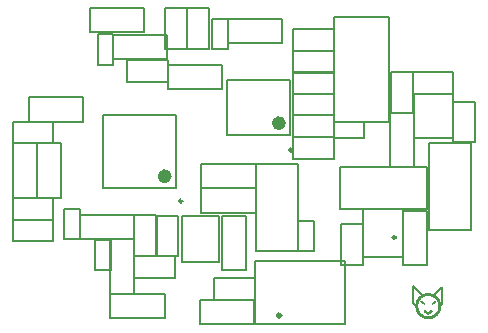
<source format=gbo>
G04 Layer_Color=32896*
%FSLAX44Y44*%
%MOMM*%
G71*
G01*
G75*
%ADD22C,0.3000*%
%ADD23C,0.1500*%
%ADD25C,0.6000*%
%ADD29C,0.2000*%
%ADD50C,0.2500*%
%ADD80C,0.2540*%
D22*
X227596Y9500D02*
G03*
X227596Y9500I-1346J0D01*
G01*
D23*
X319750Y135000D02*
X340250D01*
X319750D02*
Y181000D01*
X340250D01*
Y135000D02*
Y181000D01*
X277750Y135250D02*
X351250D01*
X277750Y99750D02*
Y135250D01*
Y99750D02*
X351250D01*
Y135250D01*
X331000Y52000D02*
X351500D01*
X331000D02*
Y98000D01*
X351500D01*
Y52000D02*
Y98000D01*
X388500Y81500D02*
Y155000D01*
X353000D02*
X388500D01*
X353000Y81500D02*
Y155000D01*
Y81500D02*
X388500D01*
X171000Y22750D02*
Y41250D01*
X205500D01*
Y22750D02*
Y41250D01*
X171000Y22750D02*
X205500D01*
X205250Y2000D02*
Y22500D01*
X159250Y2000D02*
X205250D01*
X159250D02*
Y22500D01*
X205250D01*
X298000Y159750D02*
Y173250D01*
X272500Y159750D02*
X298000D01*
X272500D02*
Y173250D01*
X298000D01*
X279000Y86500D02*
X297500D01*
Y52000D02*
Y86500D01*
X279000Y52000D02*
X297500D01*
X279000D02*
Y86500D01*
X129250Y7250D02*
Y27750D01*
X83250Y7250D02*
X129250D01*
X83250D02*
Y27750D01*
X129250D01*
X339250Y197000D02*
Y215500D01*
X373750D01*
Y197000D02*
Y215500D01*
X339250Y197000D02*
X373750D01*
X320750Y181000D02*
X339250D01*
X320750D02*
Y215500D01*
X339250D01*
Y181000D02*
Y215500D01*
X373750Y189250D02*
Y197000D01*
X340250D02*
X373750D01*
X340250Y159500D02*
Y197000D01*
Y159500D02*
X373750D01*
Y186500D01*
Y189250D01*
Y156000D02*
X392250D01*
X373750D02*
Y190500D01*
X392250D01*
Y156000D02*
Y190500D01*
X297500Y59250D02*
Y74000D01*
Y59250D02*
X331000D01*
Y99750D01*
X297500D02*
X331000D01*
X297500Y78000D02*
Y99750D01*
Y74000D02*
Y78000D01*
X181750Y162500D02*
Y208500D01*
X235750Y162500D02*
Y208500D01*
X181750D02*
X235750D01*
X181750Y162500D02*
X235750D01*
X319000Y173250D02*
Y261750D01*
X272500D02*
X319000D01*
X272500Y173250D02*
Y261750D01*
Y173250D02*
X319000D01*
X272500Y215000D02*
Y233500D01*
X238000Y215000D02*
X272500D01*
X238000D02*
Y233500D01*
X272500D01*
Y197000D02*
Y215500D01*
X238000Y197000D02*
X272500D01*
X238000D02*
Y215500D01*
X272500D01*
Y233250D02*
Y251750D01*
X238000Y233250D02*
X272500D01*
X238000D02*
Y251750D01*
X272500D01*
Y178750D02*
Y197250D01*
X238000Y178750D02*
X272500D01*
X238000D02*
Y197250D01*
X272500D01*
Y160250D02*
Y178750D01*
X238000Y160250D02*
X272500D01*
X238000D02*
Y178750D01*
X272500D01*
Y141750D02*
Y160250D01*
X238000Y141750D02*
X272500D01*
X238000D02*
Y160250D01*
X272500D01*
X182750Y240000D02*
Y260500D01*
X228750D01*
Y240000D02*
Y260500D01*
X182750Y240000D02*
X228750D01*
X44250Y73750D02*
X57750D01*
X44250D02*
Y99250D01*
X57750D01*
Y73750D02*
Y99250D01*
X138250Y41250D02*
Y59750D01*
X103750Y41250D02*
X138250D01*
X103750D02*
Y59750D01*
X138250D01*
X83250Y27750D02*
X103750D01*
X83250D02*
Y73750D01*
X103750D01*
Y27750D02*
Y73750D01*
X178000Y48000D02*
X198500D01*
X178000D02*
Y94000D01*
X198500D01*
Y48000D02*
Y94000D01*
X143750Y61750D02*
Y64500D01*
Y90750D01*
Y93750D01*
Y94000D01*
X175250D01*
Y88500D02*
Y94000D01*
Y54500D02*
Y88500D01*
X143750Y54500D02*
X175250D01*
X143750D02*
Y61750D01*
X122500Y59500D02*
X141000D01*
X122500D02*
Y94000D01*
X141000D01*
Y59500D02*
Y94000D01*
X103750Y59750D02*
X122250D01*
X103750D02*
Y94250D01*
X122250D01*
Y59750D02*
Y94250D01*
X132250Y201000D02*
X178250D01*
Y221500D01*
X132250D02*
X178250D01*
X132250Y201000D02*
Y221500D01*
X57750Y73750D02*
Y94250D01*
X103750D01*
Y73750D02*
Y94250D01*
X57750Y73750D02*
X103750D01*
X70000Y73500D02*
X83500D01*
Y48000D02*
Y73500D01*
X70000Y48000D02*
X83500D01*
X70000D02*
Y73500D01*
X160500Y96500D02*
Y117000D01*
X206500D01*
Y96500D02*
Y117000D01*
X160500Y96500D02*
X206500D01*
X160500Y117250D02*
Y137750D01*
X206500D01*
Y117250D02*
Y137750D01*
X160500Y117250D02*
X206500D01*
X60250Y173500D02*
Y194000D01*
X14250Y173500D02*
X60250D01*
X14250D02*
Y194000D01*
X60250D01*
X77000Y117500D02*
X139000D01*
X77000Y179500D02*
X139000D01*
Y117500D02*
Y179500D01*
X77000Y117500D02*
Y179500D01*
X21000Y109000D02*
X41500D01*
X21000D02*
Y155000D01*
X41500D01*
Y109000D02*
Y155000D01*
X500Y109000D02*
X21000D01*
X500D02*
Y155000D01*
X21000D01*
Y109000D02*
Y155000D01*
X35000D02*
Y173500D01*
X500Y155000D02*
X35000D01*
X500D02*
Y173500D01*
X35000D01*
X35000Y72000D02*
Y90500D01*
X500Y72000D02*
X35000D01*
X500D02*
Y90500D01*
X35000D01*
X35000D02*
Y109000D01*
X500Y90500D02*
X35000D01*
X500D02*
Y109000D01*
X35000D01*
X66000Y249000D02*
Y269500D01*
X112000D01*
Y249000D02*
Y269500D01*
X66000Y249000D02*
X112000D01*
X72500Y247250D02*
X86000D01*
Y221750D02*
Y247250D01*
X72500Y221750D02*
X86000D01*
X72500D02*
Y247250D01*
X85250Y226500D02*
Y247000D01*
X131250D01*
Y226500D02*
Y247000D01*
X85250Y226500D02*
X131250D01*
X148250Y235000D02*
Y269500D01*
X129750D02*
X148250D01*
X129750Y235000D02*
Y269500D01*
Y235000D02*
X148250D01*
X97500Y225500D02*
X132000D01*
X97500Y207000D02*
Y225500D01*
Y207000D02*
X132000D01*
Y225500D01*
X167000Y235000D02*
Y269500D01*
X148500D02*
X167000D01*
X148500Y235000D02*
Y269500D01*
Y235000D02*
X167000D01*
X224250Y55500D02*
X275000D01*
X205500D02*
X224250D01*
X205500Y2000D02*
Y55500D01*
Y2000D02*
X216250D01*
X282000D01*
Y9750D01*
Y55500D01*
X275000D02*
X282000D01*
X242000Y64250D02*
X255500D01*
X242000D02*
Y89750D01*
X255500D01*
Y64250D02*
Y89750D01*
X169250Y235000D02*
X182750D01*
X169250D02*
Y260500D01*
X182750D01*
Y235000D02*
Y260500D01*
X242000Y64250D02*
Y137750D01*
X206500D02*
X242000D01*
X206500Y64250D02*
Y137750D01*
Y64250D02*
X242000D01*
D25*
X229000Y172250D02*
G03*
X229000Y172250I-3000J0D01*
G01*
X132250Y127250D02*
G03*
X132250Y127250I-3000J0D01*
G01*
D29*
X356000Y19000D02*
G03*
X358074Y20998I0J2076D01*
G01*
X358830Y20970D02*
G03*
X356000Y19000I0J-3018D01*
G01*
X347176Y20998D02*
G03*
X349250Y19000I2074J77D01*
G01*
D02*
G03*
X346420Y20970I-2830J-1047D01*
G01*
X356750Y25750D02*
X364500Y33500D01*
Y19398D02*
Y33500D01*
X362352Y17250D02*
X364500Y19398D01*
X339352Y20148D02*
X341500Y18000D01*
X339352Y20148D02*
Y34250D01*
X347102Y26500D01*
D50*
X325000Y75500D02*
G03*
X325000Y75500I-1250J0D01*
G01*
X237550Y149500D02*
G03*
X237550Y149500I-1250J0D01*
G01*
X144250Y106250D02*
G03*
X144250Y106250I-1250J0D01*
G01*
D80*
X362352Y17250D02*
G03*
X362352Y17250I-9852J0D01*
G01*
X349972Y12629D02*
G03*
X355083Y12600I2562J1118D01*
G01*
M02*

</source>
